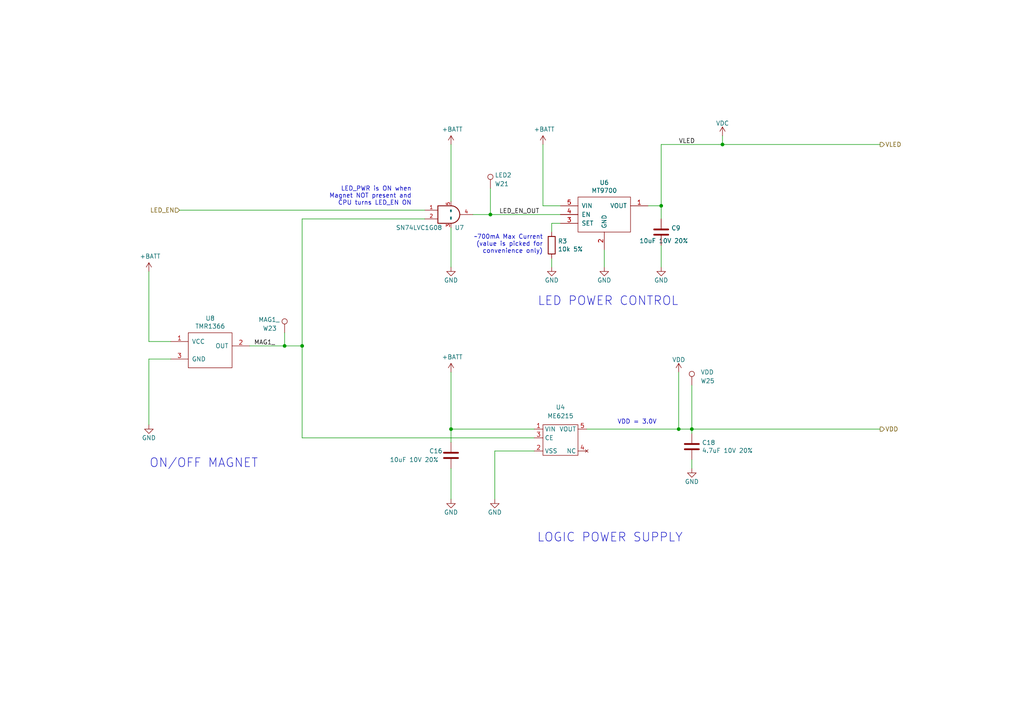
<source format=kicad_sch>
(kicad_sch (version 20211123) (generator eeschema)
  (paper "A4")
  (title_block (title "Pixels D6 Schematic, Main") (date "2022-08-26") (rev "3") (company "Systemic Games, LLC") (comment 1 "Power Regulation"))
  (lib_symbols
    (symbol "Device:C" (pin_numbers hide) (pin_names (offset 0.254))
      (property "Reference" "C" (at 0.635 2.54 0))
      (property "Value" "C" (at 0.635 -2.54 0))
      (symbol "C_0_1"
        (polyline (pts (xy -2.032 -0.762) (xy 2.032 -0.762)) (stroke (width 0.508)))
        (polyline (pts (xy -2.032 0.762) (xy 2.032 0.762)) (stroke (width 0.508)))
      )
      (symbol "C_1_1"
        (pin passive line (at 0 3.81 270) (length 2.794) (name "~") (number "1"))
        (pin passive line (at 0 -3.81 90) (length 2.794) (name "~") (number "2"))
      )
    )
    (symbol "Device:R" (pin_numbers hide) (pin_names (offset 0))
      (property "Reference" "R" (at 2.032 0 90))
      (property "Value" "R" (at 0 0 90))
      (symbol "R_0_1"
        (rectangle (start -1.016 -2.54) (end 1.016 2.54) (stroke (width 0.254)))
      )
      (symbol "R_1_1"
        (pin passive line (at 0 3.81 270) (length 1.27) (name "~") (number "1"))
        (pin passive line (at 0 -3.81 90) (length 1.27) (name "~") (number "2"))
      )
    )
    (symbol "Pixels-dice:74AHC1G08" (pin_names (offset 1.016))
      (property "Reference" "U" (at -2.54 3.81 0))
      (property "Value" "74AHC1G08" (at 0 -3.81 0))
      (symbol "74AHC1G08_0_1"
        (arc (start 0 -2.54) (mid 2.54 0) (end 0 2.54) (stroke (width 0.254)))
        (polyline (pts (xy 0 -2.54) (xy -3.81 -2.54) (xy -3.81 2.54) (xy 0 2.54)) (stroke (width 0.254)))
      )
      (symbol "74AHC1G08_1_1"
        (pin input line (at -7.62 1.27 0) (length 3.81) (name "~") (number "1"))
        (pin input line (at -7.62 -1.27 0) (length 3.81) (name "~") (number "2"))
        (pin power_in line (at 0 -3.81 90) (length 1.27) (name "GND") (number "3"))
        (pin output line (at 6.35 0 180) (length 3.81) (name "~") (number "4"))
        (pin power_in line (at 0 3.81 270) (length 1.27) (name "VCC") (number "5"))
      )
    )
    (symbol "Pixels-dice:ME6215"
      (property "Reference" "U" (at 3.175 -6.35 0))
      (property "Value" "ME6215" (at 0 5.08 0))
      (symbol "ME6215_0_1"
        (rectangle (start -5.08 3.81) (end 5.08 -5.08))
      )
      (symbol "ME6215_1_1"
        (pin power_in line (at -7.62 2.54 0) (length 2.54) (name "VIN") (number "1"))
        (pin power_in line (at -7.62 -3.81 0) (length 2.54) (name "VSS") (number "2"))
        (pin input line (at -7.62 0 0) (length 2.54) (name "CE") (number "3"))
        (pin no_connect line (at 7.62 -3.81 180) (length 2.54) (name "NC") (number "4"))
        (pin power_out line (at 7.62 2.54 180) (length 2.54) (name "VOUT") (number "5"))
      )
    )
    (symbol "Pixels-dice:MT9700" (pin_names (offset 1.016))
      (property "Reference" "U" (at 6.35 -6.35 0))
      (property "Value" "MT9700" (at 0 6.35 0))
      (symbol "MT9700_0_1"
        (rectangle (start -7.62 5.08) (end 7.62 -5.08))
      )
      (symbol "MT9700_1_1"
        (pin power_out line (at 12.7 2.54 180) (length 5.08) (name "VOUT") (number "1"))
        (pin power_in line (at 0 -10.16 90) (length 5.08) (name "GND") (number "2"))
        (pin input line (at -12.7 -2.54 0) (length 5.08) (name "SET") (number "3"))
        (pin input line (at -12.7 0 0) (length 5.08) (name "EN") (number "4"))
        (pin power_in line (at -12.7 2.54 0) (length 5.08) (name "VIN") (number "5"))
      )
    )
    (symbol "Pixels-dice:TEST_1P-conn" (pin_numbers hide) (pin_names (offset 0.762) hide) (in_bom no)
      (property "Reference" "W" (at 0 6.858 0))
      (property "Value" "TEST_1P-conn" (at 0 5.08 0))
      (symbol "TEST_1P-conn_0_1"
        (circle (center 0 3.302) (radius 0.762))
      )
      (symbol "TEST_1P-conn_1_1"
        (pin passive line (at 0 0 90) (length 2.54) (name "1") (number "1"))
      )
    )
    (symbol "Pixels-dice:TMR1366" (pin_names (offset 1.016))
      (property "Reference" "U" (at 3.81 -6.35 0))
      (property "Value" "TMR1366" (at 0 6.35 0))
      (symbol "TMR1366_1_1"
        (rectangle (start -6.35 5.08) (end 6.35 -5.08))
        (pin power_in line (at -11.43 2.54 0) (length 5.08) (name "VCC") (number "1"))
        (pin output line (at 11.43 1.27 180) (length 5.08) (name "OUT") (number "2"))
        (pin power_in line (at -11.43 -2.54 0) (length 5.08) (name "GND") (number "3"))
      )
    )
    (symbol "TEST_1P-conn_1" (pin_numbers hide) (pin_names (offset 0.762) hide) (in_bom no)
      (property "Reference" "W" (at 0 6.858 0))
      (property "Value" "TEST_1P-conn_1" (at 0 5.08 0))
      (symbol "TEST_1P-conn_1_0_1"
        (circle (center 0 3.302) (radius 0.762))
      )
      (symbol "TEST_1P-conn_1_1_1"
        (pin passive line (at 0 0 90) (length 2.54) (name "1") (number "1"))
      )
    )
    (symbol "TEST_1P-conn_2" (pin_numbers hide) (pin_names (offset 0.762) hide) (in_bom no)
      (property "Reference" "W" (at 0 6.858 0))
      (property "Value" "TEST_1P-conn_2" (at 0 5.08 0))
      (symbol "TEST_1P-conn_2_0_1"
        (circle (center 0 3.302) (radius 0.762))
      )
      (symbol "TEST_1P-conn_2_1_1"
        (pin passive line (at 0 0 90) (length 2.54) (name "1") (number "1"))
      )
    )
    (symbol "power:+BATT" (power) (pin_names (offset 0))
      (property "Value" "+BATT" (at 0 3.556 0))
      (symbol "+BATT_0_1"
        (polyline (pts (xy -0.762 1.27) (xy 0 2.54)))
        (polyline (pts (xy 0 0) (xy 0 2.54)))
        (polyline (pts (xy 0 2.54) (xy 0.762 1.27)))
      )
      (symbol "+BATT_1_1"
        (pin power_in line (at 0 0 90) (length 0) hide (name "+BATT") (number "1"))
      )
    )
    (symbol "power:GND" (power) (pin_names (offset 0))
      (property "Value" "GND" (at 0 -3.81 0))
      (symbol "GND_0_1"
        (polyline (pts (xy 0 0) (xy 0 -1.27) (xy 1.27 -1.27) (xy 0 -2.54) (xy -1.27 -1.27) (xy 0 -1.27)))
      )
      (symbol "GND_1_1"
        (pin power_in line (at 0 0 270) (length 0) hide (name "GND") (number "1"))
      )
    )
    (symbol "power:VDC" (power) (pin_names (offset 0))
      (property "Value" "VDC" (at 0 6.35 0))
      (symbol "VDC_0_1"
        (polyline (pts (xy -0.762 1.27) (xy 0 2.54)))
        (polyline (pts (xy 0 0) (xy 0 2.54)))
        (polyline (pts (xy 0 2.54) (xy 0.762 1.27)))
      )
      (symbol "VDC_1_1"
        (pin power_in line (at 0 0 90) (length 0) hide (name "VDC") (number "1"))
      )
    )
    (symbol "power:VDD" (power) (pin_names (offset 0))
      (property "Value" "VDD" (at 0 3.81 0))
      (symbol "VDD_0_1"
        (polyline (pts (xy -0.762 1.27) (xy 0 2.54)))
        (polyline (pts (xy 0 0) (xy 0 2.54)))
        (polyline (pts (xy 0 2.54) (xy 0.762 1.27)))
      )
      (symbol "VDD_1_1"
        (pin power_in line (at 0 0 90) (length 0) hide (name "VDD") (number "1"))
      )
    )
  )
  (junction (at 142.24 62.23))
  (junction (at 209.55 41.91))
  (junction (at 200.66 124.46))
  (junction (at 196.85 124.46))
  (junction (at 130.81 124.46))
  (junction (at 87.63 100.33))
  (junction (at 82.55 100.33))
  (junction (at 191.77 59.69))
  (wire (pts (xy 130.81 124.46) (xy 154.94 124.46)))
  (wire (pts (xy 200.66 124.46) (xy 200.66 125.73)))
  (wire (pts (xy 87.63 100.33) (xy 82.55 100.33)))
  (wire (pts (xy 43.18 78.74) (xy 43.18 99.06)))
  (wire (pts (xy 130.81 124.46) (xy 130.81 128.27)))
  (wire (pts (xy 49.53 104.14) (xy 43.18 104.14)))
  (wire (pts (xy 255.27 41.91) (xy 209.55 41.91)))
  (wire (pts (xy 175.26 72.39) (xy 175.26 77.47)))
  (wire (pts (xy 154.94 130.81) (xy 143.51 130.81)))
  (wire (pts (xy 200.66 111.76) (xy 200.66 124.46)))
  (wire (pts (xy 52.07 60.96) (xy 123.19 60.96)))
  (wire (pts (xy 43.18 104.14) (xy 43.18 123.19)))
  (wire (pts (xy 196.85 107.95) (xy 196.85 124.46)))
  (wire (pts (xy 200.66 124.46) (xy 255.27 124.46)))
  (wire (pts (xy 191.77 63.5) (xy 191.77 59.69)))
  (wire (pts (xy 209.55 41.91) (xy 191.77 41.91)))
  (wire (pts (xy 162.56 59.69) (xy 157.48 59.69)))
  (wire (pts (xy 87.63 63.5) (xy 87.63 100.33)))
  (wire (pts (xy 130.81 107.95) (xy 130.81 124.46)))
  (wire (pts (xy 130.81 66.04) (xy 130.81 77.47)))
  (wire (pts (xy 43.18 99.06) (xy 49.53 99.06)))
  (wire (pts (xy 130.81 41.91) (xy 130.81 58.42)))
  (wire (pts (xy 142.24 62.23) (xy 162.56 62.23)))
  (wire (pts (xy 143.51 130.81) (xy 143.51 144.78)))
  (wire (pts (xy 209.55 39.37) (xy 209.55 41.91)))
  (wire (pts (xy 162.56 64.77) (xy 160.02 64.77)))
  (wire (pts (xy 87.63 100.33) (xy 87.63 127)))
  (wire (pts (xy 160.02 74.93) (xy 160.02 77.47)))
  (wire (pts (xy 137.16 62.23) (xy 142.24 62.23)))
  (wire (pts (xy 170.18 124.46) (xy 196.85 124.46)))
  (wire (pts (xy 82.55 100.33) (xy 72.39 100.33)))
  (wire (pts (xy 160.02 64.77) (xy 160.02 67.31)))
  (wire (pts (xy 154.94 127) (xy 87.63 127)))
  (wire (pts (xy 196.85 124.46) (xy 200.66 124.46)))
  (wire (pts (xy 187.96 59.69) (xy 191.77 59.69)))
  (wire (pts (xy 157.48 41.91) (xy 157.48 59.69)))
  (wire (pts (xy 200.66 133.35) (xy 200.66 135.89)))
  (wire (pts (xy 142.24 54.61) (xy 142.24 62.23)))
  (wire (pts (xy 191.77 41.91) (xy 191.77 59.69)))
  (wire (pts (xy 82.55 96.52) (xy 82.55 100.33)))
  (wire (pts (xy 87.63 63.5) (xy 123.19 63.5)))
  (wire (pts (xy 191.77 71.12) (xy 191.77 77.47)))
  (wire (pts (xy 130.81 135.89) (xy 130.81 144.78)))
  (text "LOGIC POWER SUPPLY" (at 198.12 157.48 180) (effects (font (size 2.54 2.54)) (justify right bottom)))
  (text "ON/OFF MAGNET" (at 74.93 135.89 180) (effects (font (size 2.54 2.54)) (justify right bottom)))
  (text "LED_PWR is ON when\nMagnet NOT present and\nCPU turns LED_EN ON" (at 119.38 59.69 180) (effects (font (size 1.27 1.27)) (justify right bottom)))
  (text "LED POWER CONTROL" (at 196.85 88.9 180) (effects (font (size 2.54 2.54)) (justify right bottom)))
  (text "~700mA Max Current\n(value is picked for\nconvenience only)" (at 157.48 73.66 180) (effects (font (size 1.27 1.27)) (justify right bottom)))
  (text "VDD = 3.0V" (at 190.5 123.19 180) (effects (font (size 1.27 1.27)) (justify right bottom)))
  (label "MAG1_" (at 73.66 100.33 0))
  (label "VLED" (at 196.85 41.91 0))
  (label "LED_EN_OUT" (at 144.78 62.23 0))
  (hierarchical_label "LED_EN" (shape input) (at 52.07 60.96 180))
  (hierarchical_label "VDD" (shape output) (at 255.27 124.46 0))
  (hierarchical_label "VLED" (shape output) (at 255.27 41.91 0))
  (symbol (lib_name "TEST_1P-conn_2") (lib_id "Pixels-dice:TEST_1P-conn") (at 142.24 54.61 0) (unit 1) (in_bom no)
    (property "Reference" "W21" (at 143.51 53.34 0) (effects (justify left)))
    (property "Value" "LED2" (at 143.51 50.8 0) (effects (justify left)))
    (property "Footprint" "Pixels-dice:TEST_PIN" (effects hide))
    (property "Generic OK" "N/A" (effects hide))
  )
  (symbol (lib_id "power:+BATT") (at 157.48 41.91 0) (unit 1)
    (property "Reference" "#PWR033" (effects hide))
    (property "Value" "+BATT" (at 157.861 37.5158 0))
  )
  (symbol (lib_id "Device:C") (at 200.66 129.54 0) (unit 1)
    (property "Reference" "C18" (at 203.581 128.3716 0) (effects (justify left)))
    (property "Value" "4.7uF 10V 20%" (at 203.581 130.683 0) (effects (justify left)))
    (property "Footprint" "Pixels-dice:C_0402_1005Metric" (effects hide))
    (property "Generic OK" "YES" (effects hide))
    (property "Pixels Part Number" "SMD-C002" (effects hide))
    (property "Manufacturer" "Murata" (effects hide))
    (property "Manufacturer Part Number" "GRM155R61A475MEAAJ" (effects hide))
  )
  (symbol (lib_id "power:GND") (at 200.66 135.89 0) (unit 1)
    (property "Reference" "#PWR028" (effects hide))
    (property "Value" "GND" (at 200.66 139.7 0))
  )
  (symbol (lib_id "power:GND") (at 130.81 144.78 0) (unit 1)
    (property "Reference" "#PWR029" (effects hide))
    (property "Value" "GND" (at 130.81 148.59 0))
  )
  (symbol (lib_id "power:GND") (at 175.26 77.47 0) (unit 1)
    (property "Reference" "#PWR038" (effects hide))
    (property "Value" "GND" (at 175.26 81.28 0))
  )
  (symbol (lib_id "power:GND") (at 43.18 123.19 0) (unit 1)
    (property "Reference" "#PWR039" (effects hide))
    (property "Value" "GND" (at 43.18 127 0))
  )
  (symbol (lib_id "Device:C") (at 130.81 132.08 0) (unit 1)
    (property "Reference" "C16" (at 124.46 130.81 0) (effects (justify left)))
    (property "Value" "10uF 10V 20%" (at 113.03 133.35 0) (effects (justify left)))
    (property "Footprint" "Pixels-dice:C_0402_1005Metric" (effects hide))
    (property "Generic OK" "YES" (effects hide))
    (property "Pixels Part Number" "SMD-C002" (effects hide))
    (property "Manufacturer" "Murata" (effects hide))
    (property "Manufacturer Part Number" "GRM155R61A106ME44D " (effects hide))
  )
  (symbol (lib_id "power:+BATT") (at 130.81 107.95 0) (unit 1)
    (property "Reference" "#PWR025" (effects hide))
    (property "Value" "+BATT" (at 131.191 103.5558 0))
  )
  (symbol (lib_id "power:+BATT") (at 43.18 78.74 0) (unit 1)
    (property "Reference" "#PWR036" (effects hide))
    (property "Value" "+BATT" (at 43.561 74.3458 0))
  )
  (symbol (lib_id "Pixels-dice:TEST_1P-conn") (at 82.55 96.52 0) (unit 1) (in_bom no)
    (property "Reference" "W23" (at 76.2 95.25 0) (effects (justify left)))
    (property "Value" "MAG1_" (at 74.93 92.71 0) (effects (justify left)))
    (property "Footprint" "Pixels-dice:TEST_PIN" (effects hide))
    (property "Generic OK" "N/A" (effects hide))
  )
  (symbol (lib_id "Pixels-dice:74AHC1G08") (at 130.81 62.23 0) (unit 1)
    (property "Reference" "U7" (at 134.62 66.04 0) (effects (justify right)))
    (property "Value" "SN74LVC1G08" (at 128.27 66.04 0) (effects (justify right)))
    (property "Footprint" "Pixels-dice:SOT-353_SC-70-5" (effects hide))
    (property "Datasheet" "http://www.ti.com/lit/sg/scyt129e/scyt129e.pdf" (effects hide))
    (property "Generic OK" "YES" (effects hide))
    (property "Manufacturer" "UMW(Youtai Semiconductor Co., Ltd.)" (effects hide))
    (property "Manufacturer Part Number" "SN74LVC1G08DCKR" (effects hide))
    (property "Pixels Part Number" "SMD-U007" (effects hide))
  )
  (symbol (lib_id "power:+BATT") (at 130.81 41.91 0) (unit 1)
    (property "Reference" "#PWR020" (effects hide))
    (property "Value" "+BATT" (at 131.191 37.5158 0))
  )
  (symbol (lib_id "power:GND") (at 130.81 77.47 0) (unit 1)
    (property "Reference" "#PWR034" (effects hide))
    (property "Value" "GND" (at 130.81 81.28 0))
  )
  (symbol (lib_name "TEST_1P-conn_1") (lib_id "Pixels-dice:TEST_1P-conn") (at 200.66 111.76 0) (unit 1) (in_bom no)
    (property "Reference" "W25" (at 203.2 110.49 0) (effects (justify left)))
    (property "Value" "VDD" (at 203.2 107.95 0) (effects (justify left)))
    (property "Footprint" "Pixels-dice:TEST_PIN" (effects hide))
    (property "Generic OK" "N/A" (effects hide))
  )
  (symbol (lib_id "Pixels-dice:TMR1366") (at 60.96 101.6 0) (unit 1)
    (property "Reference" "U8" (at 60.96 92.329 0))
    (property "Value" "TMR1366" (at 60.96 94.6404 0))
    (property "Footprint" "Package_TO_SOT_SMD:SOT-23" (effects hide))
    (property "Generic OK" "NO" (effects hide))
    (property "Manufacturer" "Multi Dimension" (effects hide))
    (property "Manufacturer Part Number" "TMR1366S" (effects hide))
    (property "Pixels Part Number" "SMD-U008-ALT8" (effects hide))
  )
  (symbol (lib_id "Device:C") (at 191.77 67.31 0) (unit 1)
    (property "Reference" "C9" (at 194.691 66.1416 0) (effects (justify left)))
    (property "Value" "10uF 10V 20%" (at 185.42 69.85 0) (effects (justify left)))
    (property "Footprint" "Pixels-dice:C_0402_1005Metric" (effects hide))
    (property "Generic OK" "YES" (effects hide))
    (property "Pixels Part Number" "SMD-C002" (effects hide))
    (property "Manufacturer" "Murata" (effects hide))
    (property "Manufacturer Part Number" "GRM155R61A106ME44D " (effects hide))
  )
  (symbol (lib_id "power:GND") (at 191.77 77.47 0) (unit 1)
    (property "Reference" "#PWR0142" (effects hide))
    (property "Value" "GND" (at 191.77 81.28 0))
  )
  (symbol (lib_id "Pixels-dice:MT9700") (at 175.26 62.23 0) (unit 1)
    (property "Reference" "U6" (at 175.26 52.959 0))
    (property "Value" "MT9700" (at 175.26 55.2704 0))
    (property "Footprint" "Pixels-dice:SOT-23-5" (effects hide))
    (property "Manufacturer" "XI'AN Aerosemi Tech" (effects hide))
    (property "Manufacturer Part Number" "MT9700" (effects hide))
    (property "Pixels Part Number" "SMD-U006-ALT2" (effects hide))
    (property "Generic OK" "NO" (effects hide))
  )
  (symbol (lib_id "Device:R") (at 160.02 71.12 0) (unit 1)
    (property "Reference" "R3" (at 161.798 69.9516 0) (effects (justify left)))
    (property "Value" "10k 5%" (at 161.798 72.263 0) (effects (justify left)))
    (property "Footprint" "Resistor_SMD:R_0402_1005Metric" (effects hide))
    (property "Generic OK" "YES" (effects hide))
    (property "Manufacturer" "UNI-ROYAL(Uniroyal Elec)" (effects hide))
    (property "Manufacturer Part Number" "0402WGJ0103TCE" (effects hide))
    (property "Pixels Part Number" "SMD-R002" (effects hide))
  )
  (symbol (lib_id "power:GND") (at 160.02 77.47 0) (unit 1)
    (property "Reference" "#PWR0101" (effects hide))
    (property "Value" "GND" (at 160.02 81.28 0))
  )
  (symbol (lib_id "power:VDC") (at 209.55 39.37 0) (unit 1)
    (property "Reference" "#PWR026" (effects hide))
    (property "Value" "VDC" (at 209.55 35.7655 0))
  )
  (symbol (lib_id "Pixels-dice:ME6215") (at 162.56 127 0) (unit 1)
    (property "Reference" "U4" (at 162.56 118.11 0))
    (property "Value" "ME6215" (at 162.56 120.65 0))
    (property "Footprint" "Pixels-dice:SOT-23-5" (effects hide))
    (property "Generic OK" "NO" (effects hide))
    (property "Manufacturer" "MICRONE(Nanjing Micro One Elec)" (effects hide))
    (property "Manufacturer Part Number" "ME6215C30M5G" (effects hide))
  )
  (symbol (lib_id "power:VDD") (at 196.85 107.95 0) (unit 1)
    (property "Reference" "#PWR027" (effects hide))
    (property "Value" "VDD" (at 196.85 104.3455 0))
  )
  (symbol (lib_id "power:GND") (at 143.51 144.78 0) (unit 1)
    (property "Reference" "#PWR0118" (effects hide))
    (property "Value" "GND" (at 143.51 148.59 0))
  )
)
</source>
